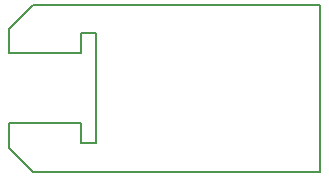
<source format=gbr>
G04 #@! TF.GenerationSoftware,KiCad,Pcbnew,(5.1.2)-1*
G04 #@! TF.CreationDate,2019-07-12T15:40:09+02:00*
G04 #@! TF.ProjectId,soldering_burning,736f6c64-6572-4696-9e67-5f6275726e69,101A*
G04 #@! TF.SameCoordinates,Original*
G04 #@! TF.FileFunction,Profile,NP*
%FSLAX46Y46*%
G04 Gerber Fmt 4.6, Leading zero omitted, Abs format (unit mm)*
G04 Created by KiCad (PCBNEW (5.1.2)-1) date 2019-07-12 15:40:09*
%MOMM*%
%LPD*%
G04 APERTURE LIST*
%ADD10C,0.200000*%
G04 APERTURE END LIST*
D10*
X98400000Y-99050000D02*
X98400000Y-96900000D01*
X100400000Y-101050000D02*
X98400000Y-99050000D01*
X124750000Y-101050000D02*
X100400000Y-101050000D01*
X124750000Y-86950000D02*
X124750000Y-101050000D01*
X100400000Y-86950000D02*
X124750000Y-86950000D01*
X98400000Y-88950000D02*
X100400000Y-86950000D01*
X98400000Y-91000000D02*
X98400000Y-88950000D01*
X104500000Y-91000000D02*
X98400000Y-91000000D01*
X105800000Y-98600000D02*
X105800000Y-89300000D01*
X98400000Y-96900000D02*
X104500000Y-96900000D01*
X105800000Y-89300000D02*
X104500000Y-89300000D01*
X104500000Y-89300000D02*
X104500000Y-91000000D01*
X104500000Y-98600000D02*
X105800000Y-98600000D01*
X104500000Y-96900000D02*
X104500000Y-98600000D01*
M02*

</source>
